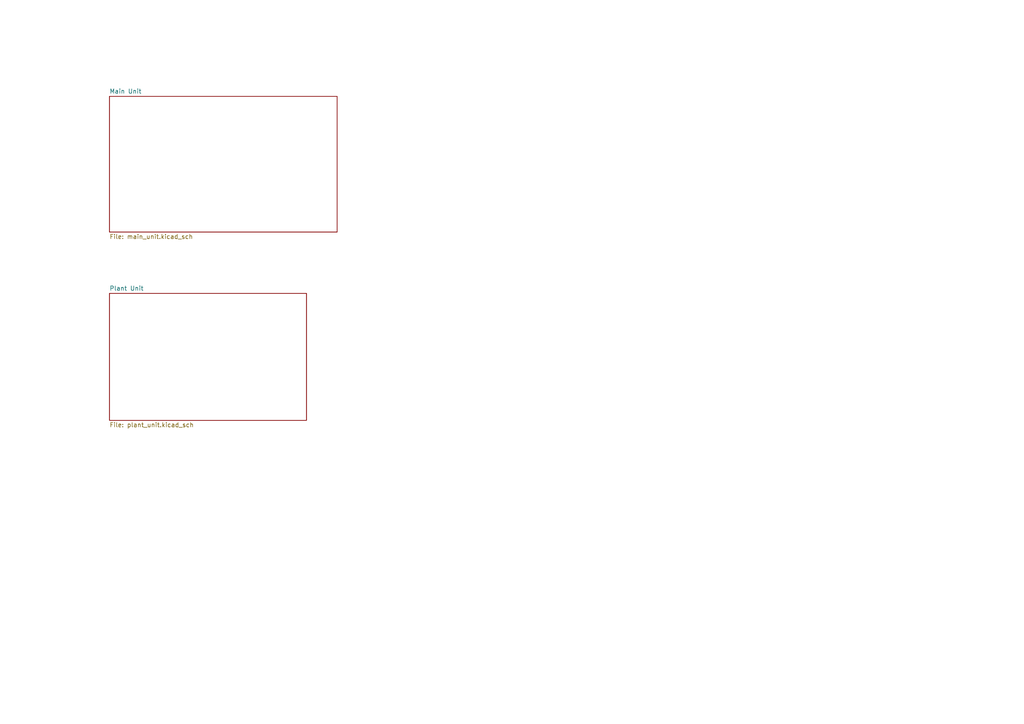
<source format=kicad_sch>
(kicad_sch
	(version 20231120)
	(generator "eeschema")
	(generator_version "8.0")
	(uuid "b8df42c0-6d08-4188-b450-2021a74d263c")
	(paper "A4")
	(title_block
		(title "Main Unit Electrical Scheme")
		(date "2025-07-21")
	)
	(lib_symbols)
	(sheet
		(at 31.75 85.09)
		(size 57.15 36.83)
		(fields_autoplaced yes)
		(stroke
			(width 0.1524)
			(type solid)
		)
		(fill
			(color 0 0 0 0.0000)
		)
		(uuid "314347d3-56f4-45a4-acd3-c1b79e2b4094")
		(property "Sheetname" "Plant Unit"
			(at 31.75 84.3784 0)
			(effects
				(font
					(size 1.27 1.27)
				)
				(justify left bottom)
			)
		)
		(property "Sheetfile" "plant_unit.kicad_sch"
			(at 31.75 122.5046 0)
			(effects
				(font
					(size 1.27 1.27)
				)
				(justify left top)
			)
		)
		(instances
			(project "SmartIrrigation"
				(path "/b8df42c0-6d08-4188-b450-2021a74d263c"
					(page "2")
				)
			)
		)
	)
	(sheet
		(at 31.75 27.94)
		(size 66.04 39.37)
		(fields_autoplaced yes)
		(stroke
			(width 0.1524)
			(type solid)
		)
		(fill
			(color 0 0 0 0.0000)
		)
		(uuid "a56c46ab-4c8b-4f57-809b-d94affe04ba7")
		(property "Sheetname" "Main Unit"
			(at 31.75 27.2284 0)
			(effects
				(font
					(size 1.27 1.27)
				)
				(justify left bottom)
			)
		)
		(property "Sheetfile" "main_unit.kicad_sch"
			(at 31.75 67.8946 0)
			(effects
				(font
					(size 1.27 1.27)
				)
				(justify left top)
			)
		)
		(instances
			(project "SmartIrrigation"
				(path "/b8df42c0-6d08-4188-b450-2021a74d263c"
					(page "3")
				)
			)
		)
	)
	(sheet_instances
		(path "/"
			(page "1")
		)
	)
)

</source>
